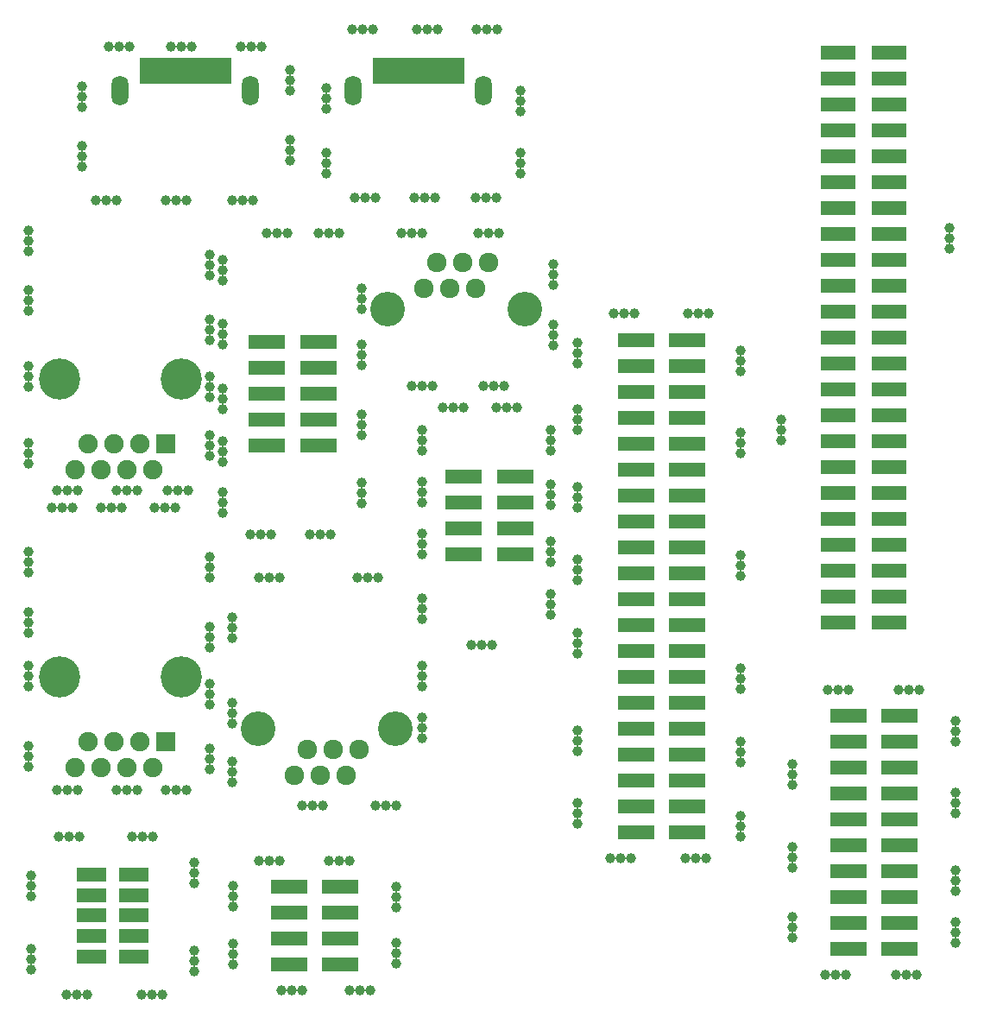
<source format=gts>
G04 #@! TF.FileFunction,Soldermask,Top*
%FSLAX46Y46*%
G04 Gerber Fmt 4.6, Leading zero omitted, Abs format (unit mm)*
G04 Created by KiCad (PCBNEW 4.0.7-e2-6376~58~ubuntu16.04.1) date Wed Jan  3 00:52:27 2018*
%MOMM*%
%LPD*%
G01*
G04 APERTURE LIST*
%ADD10C,0.100000*%
%ADD11C,4.049980*%
%ADD12R,1.901140X1.901140*%
%ADD13C,1.901140*%
%ADD14C,1.924000*%
%ADD15C,3.399740*%
%ADD16R,1.398220X2.498040*%
%ADD17O,1.670000X2.940000*%
%ADD18C,1.000000*%
%ADD19R,3.550000X1.400000*%
%ADD20R,2.980000X1.400000*%
%ADD21R,3.400000X1.400000*%
G04 APERTURE END LIST*
D10*
D11*
X135031480Y-92710000D03*
X146900900Y-92710000D03*
D12*
X145415000Y-99060000D03*
D13*
X144145000Y-101600000D03*
X142875000Y-99060000D03*
X141605000Y-101600000D03*
X140335000Y-99060000D03*
X139065000Y-101600000D03*
X137795000Y-99060000D03*
X136525000Y-101600000D03*
D11*
X135031480Y-63500000D03*
X146900900Y-63500000D03*
D12*
X145415000Y-69850000D03*
D13*
X144145000Y-72390000D03*
X142875000Y-69850000D03*
X141605000Y-72390000D03*
X140335000Y-69850000D03*
X139065000Y-72390000D03*
X137795000Y-69850000D03*
X136525000Y-72390000D03*
D14*
X174498000Y-52070000D03*
X171958000Y-52070000D03*
X177038000Y-52070000D03*
X170688000Y-54610000D03*
X173228000Y-54610000D03*
X175768000Y-54610000D03*
D15*
X180594000Y-56642000D03*
X167132000Y-56642000D03*
D14*
X160528000Y-102362000D03*
X163068000Y-102362000D03*
X157988000Y-102362000D03*
X164338000Y-99822000D03*
X161798000Y-99822000D03*
X159258000Y-99822000D03*
D15*
X154432000Y-97790000D03*
X167894000Y-97790000D03*
D16*
X143510000Y-33251140D03*
X144780000Y-33251140D03*
X146050000Y-33251140D03*
X147320000Y-33251140D03*
X148590000Y-33251140D03*
X149860000Y-33251140D03*
X151130000Y-33251140D03*
D17*
X140921740Y-35201860D03*
X153718260Y-35201860D03*
D16*
X166370000Y-33251140D03*
X167640000Y-33251140D03*
X168910000Y-33251140D03*
X170180000Y-33251140D03*
X171450000Y-33251140D03*
X172720000Y-33251140D03*
X173990000Y-33251140D03*
D17*
X163781740Y-35201860D03*
X176578260Y-35201860D03*
D18*
X198628000Y-57023000D03*
X197612000Y-57023000D03*
X196596000Y-57023000D03*
X183388000Y-54229000D03*
X183388000Y-53213000D03*
X183388000Y-52197000D03*
X183134000Y-81407000D03*
X183134000Y-80391000D03*
X183134000Y-79375000D03*
D19*
X162545000Y-120904000D03*
X157495000Y-120904000D03*
X162545000Y-118364000D03*
X157495000Y-118364000D03*
X162545000Y-115824000D03*
X157495000Y-115824000D03*
X162545000Y-113284000D03*
X157495000Y-113284000D03*
X155322000Y-59799000D03*
X160372000Y-59799000D03*
X155322000Y-62339000D03*
X160372000Y-62339000D03*
X155322000Y-64879000D03*
X160372000Y-64879000D03*
X155322000Y-67419000D03*
X160372000Y-67419000D03*
X155322000Y-69959000D03*
X160372000Y-69959000D03*
X217409000Y-119380000D03*
X212359000Y-119380000D03*
X217409000Y-116840000D03*
X212359000Y-116840000D03*
X217409000Y-114300000D03*
X212359000Y-114300000D03*
X217409000Y-111760000D03*
X212359000Y-111760000D03*
X217409000Y-109220000D03*
X212359000Y-109220000D03*
X217409000Y-106680000D03*
X212359000Y-106680000D03*
X217409000Y-104140000D03*
X212359000Y-104140000D03*
X217409000Y-101600000D03*
X212359000Y-101600000D03*
X217409000Y-99060000D03*
X212359000Y-99060000D03*
X217409000Y-96520000D03*
X212359000Y-96520000D03*
X179690000Y-80645000D03*
X174640000Y-80645000D03*
X179690000Y-78105000D03*
X174640000Y-78105000D03*
X179690000Y-75565000D03*
X174640000Y-75565000D03*
X179690000Y-73025000D03*
X174640000Y-73025000D03*
D20*
X138123000Y-112078000D03*
X142293000Y-112078000D03*
X138123000Y-114078000D03*
X142293000Y-114078000D03*
X138123000Y-116078000D03*
X142293000Y-116078000D03*
X138123000Y-118078000D03*
X142293000Y-118078000D03*
X138123000Y-120078000D03*
X142293000Y-120078000D03*
D19*
X191531000Y-59690000D03*
X196581000Y-59690000D03*
X191531000Y-62230000D03*
X196581000Y-62230000D03*
X191531000Y-64770000D03*
X196581000Y-64770000D03*
X191531000Y-67310000D03*
X196581000Y-67310000D03*
X191531000Y-69850000D03*
X196581000Y-69850000D03*
X191531000Y-72390000D03*
X196581000Y-72390000D03*
X191531000Y-74930000D03*
X196581000Y-74930000D03*
X191531000Y-77470000D03*
X196581000Y-77470000D03*
X191531000Y-80010000D03*
X196581000Y-80010000D03*
X191531000Y-82550000D03*
X196581000Y-82550000D03*
X191531000Y-85090000D03*
X196581000Y-85090000D03*
X191531000Y-87630000D03*
X196581000Y-87630000D03*
X191531000Y-90170000D03*
X196581000Y-90170000D03*
X191531000Y-92710000D03*
X196581000Y-92710000D03*
X191531000Y-95250000D03*
X196581000Y-95250000D03*
X191531000Y-97790000D03*
X196581000Y-97790000D03*
X191531000Y-100330000D03*
X196581000Y-100330000D03*
X191531000Y-102870000D03*
X196581000Y-102870000D03*
X191531000Y-105410000D03*
X196581000Y-105410000D03*
X191531000Y-107950000D03*
X196581000Y-107950000D03*
D21*
X216388000Y-31496000D03*
X211348000Y-31496000D03*
X216388000Y-34036000D03*
X211348000Y-34036000D03*
X216388000Y-36576000D03*
X211348000Y-36576000D03*
X216388000Y-39116000D03*
X211348000Y-39116000D03*
X216388000Y-41656000D03*
X211348000Y-41656000D03*
X216388000Y-44196000D03*
X211348000Y-44196000D03*
X216388000Y-46736000D03*
X211348000Y-46736000D03*
X216388000Y-49276000D03*
X211348000Y-49276000D03*
X216388000Y-51816000D03*
X211348000Y-51816000D03*
X216388000Y-54356000D03*
X211348000Y-54356000D03*
X216388000Y-56896000D03*
X211348000Y-56896000D03*
X216388000Y-59436000D03*
X211348000Y-59436000D03*
X216388000Y-61976000D03*
X211348000Y-61976000D03*
X216388000Y-64516000D03*
X211348000Y-64516000D03*
X216388000Y-67056000D03*
X211348000Y-67056000D03*
X216388000Y-69596000D03*
X211348000Y-69596000D03*
X216388000Y-72136000D03*
X211348000Y-72136000D03*
X216388000Y-74676000D03*
X211348000Y-74676000D03*
X216388000Y-77216000D03*
X211348000Y-77216000D03*
X216388000Y-79756000D03*
X211348000Y-79756000D03*
X216388000Y-82296000D03*
X211348000Y-82296000D03*
X216388000Y-84836000D03*
X211348000Y-84836000D03*
X216388000Y-87376000D03*
X211348000Y-87376000D03*
D18*
X222885000Y-99060000D03*
X222885000Y-98044000D03*
X222885000Y-97028000D03*
X222885000Y-106045000D03*
X222885000Y-105029000D03*
X222885000Y-104013000D03*
X222885000Y-113665000D03*
X222885000Y-112649000D03*
X222885000Y-111633000D03*
X222885000Y-118745000D03*
X222885000Y-117729000D03*
X222885000Y-116713000D03*
X219075000Y-121920000D03*
X218059000Y-121920000D03*
X217043000Y-121920000D03*
X212090000Y-121920000D03*
X211074000Y-121920000D03*
X210058000Y-121920000D03*
X206883000Y-118237000D03*
X206883000Y-117221000D03*
X206883000Y-116205000D03*
X206883000Y-111379000D03*
X206883000Y-110363000D03*
X206883000Y-109347000D03*
X206883000Y-103251000D03*
X206883000Y-102235000D03*
X206883000Y-101219000D03*
X212344000Y-93980000D03*
X211328000Y-93980000D03*
X210312000Y-93980000D03*
X219329000Y-93980000D03*
X218313000Y-93980000D03*
X217297000Y-93980000D03*
X201803000Y-108331000D03*
X201803000Y-107315000D03*
X201803000Y-106299000D03*
X201803000Y-101092000D03*
X201803000Y-100076000D03*
X201803000Y-99060000D03*
X201803000Y-93853000D03*
X201803000Y-92837000D03*
X201803000Y-91821000D03*
X201803000Y-82804000D03*
X201803000Y-81788000D03*
X201803000Y-80772000D03*
X201803000Y-70739000D03*
X201803000Y-69723000D03*
X201803000Y-68707000D03*
X191389000Y-57023000D03*
X190373000Y-57023000D03*
X189357000Y-57023000D03*
X185801000Y-61976000D03*
X185801000Y-60960000D03*
X185801000Y-59944000D03*
X185801000Y-68453000D03*
X185801000Y-67437000D03*
X185801000Y-66421000D03*
X185801000Y-76073000D03*
X185801000Y-75057000D03*
X185801000Y-74041000D03*
X185801000Y-83185000D03*
X185801000Y-82169000D03*
X185801000Y-81153000D03*
X185801000Y-90424000D03*
X185801000Y-89408000D03*
X185801000Y-88392000D03*
X185801000Y-99949000D03*
X185801000Y-98933000D03*
X185801000Y-97917000D03*
X185801000Y-107061000D03*
X185801000Y-106045000D03*
X185801000Y-105029000D03*
X191008000Y-110490000D03*
X189992000Y-110490000D03*
X188976000Y-110490000D03*
X198374000Y-110490000D03*
X197358000Y-110490000D03*
X196342000Y-110490000D03*
X168021000Y-115316000D03*
X168021000Y-114300000D03*
X168021000Y-113284000D03*
X168021000Y-120777000D03*
X168021000Y-119761000D03*
X168021000Y-118745000D03*
X165481000Y-123444000D03*
X164465000Y-123444000D03*
X163449000Y-123444000D03*
X158750000Y-123444000D03*
X157734000Y-123444000D03*
X156718000Y-123444000D03*
X152019000Y-120904000D03*
X152019000Y-119888000D03*
X152019000Y-118872000D03*
X152019000Y-115189000D03*
X152019000Y-114173000D03*
X152019000Y-113157000D03*
X156591000Y-110744000D03*
X155575000Y-110744000D03*
X154559000Y-110744000D03*
X163449000Y-110744000D03*
X162433000Y-110744000D03*
X161417000Y-110744000D03*
X183388000Y-60198000D03*
X183388000Y-59182000D03*
X183388000Y-58166000D03*
X178562000Y-64135000D03*
X177546000Y-64135000D03*
X176530000Y-64135000D03*
X171577000Y-64135000D03*
X170561000Y-64135000D03*
X169545000Y-64135000D03*
X164592000Y-56642000D03*
X164592000Y-55626000D03*
X164592000Y-54610000D03*
X164592000Y-60071000D03*
X164592000Y-61087000D03*
X164592000Y-62103000D03*
X170561000Y-49149000D03*
X169545000Y-49149000D03*
X168529000Y-49149000D03*
X157353000Y-49149000D03*
X156337000Y-49149000D03*
X155321000Y-49149000D03*
X162433000Y-49149000D03*
X161417000Y-49149000D03*
X160401000Y-49149000D03*
X151003000Y-53848000D03*
X151003000Y-52832000D03*
X151003000Y-51816000D03*
X151003000Y-60071000D03*
X151003000Y-59055000D03*
X151003000Y-58039000D03*
X151003000Y-66421000D03*
X151003000Y-65405000D03*
X151003000Y-64389000D03*
X151003000Y-71628000D03*
X151003000Y-70612000D03*
X151003000Y-69596000D03*
X151003000Y-76581000D03*
X151003000Y-75565000D03*
X151003000Y-74549000D03*
X155702000Y-78740000D03*
X154686000Y-78740000D03*
X153670000Y-78740000D03*
X161544000Y-78740000D03*
X160528000Y-78740000D03*
X159512000Y-78740000D03*
X164592000Y-68961000D03*
X164592000Y-67945000D03*
X164592000Y-66929000D03*
X164592000Y-75692000D03*
X164592000Y-74676000D03*
X164592000Y-73660000D03*
X178054000Y-49149000D03*
X177038000Y-49149000D03*
X176022000Y-49149000D03*
X177800000Y-45720000D03*
X176784000Y-45720000D03*
X175768000Y-45720000D03*
X171831000Y-45720000D03*
X170815000Y-45720000D03*
X169799000Y-45720000D03*
X165989000Y-45720000D03*
X164973000Y-45720000D03*
X163957000Y-45720000D03*
X180213000Y-43307000D03*
X180213000Y-42291000D03*
X180213000Y-41275000D03*
X180213000Y-37211000D03*
X180213000Y-36195000D03*
X180213000Y-35179000D03*
X161163000Y-43307000D03*
X161163000Y-42291000D03*
X161163000Y-41275000D03*
X161163000Y-36957000D03*
X161163000Y-35941000D03*
X161163000Y-34925000D03*
X165735000Y-29210000D03*
X164719000Y-29210000D03*
X163703000Y-29210000D03*
X172085000Y-29210000D03*
X171069000Y-29210000D03*
X170053000Y-29210000D03*
X177927000Y-29210000D03*
X176911000Y-29210000D03*
X175895000Y-29210000D03*
X137668000Y-123825000D03*
X136652000Y-123825000D03*
X135636000Y-123825000D03*
X145034000Y-123825000D03*
X144018000Y-123825000D03*
X143002000Y-123825000D03*
X148209000Y-119507000D03*
X148209000Y-120523000D03*
X148209000Y-121539000D03*
X132207000Y-121412000D03*
X132207000Y-120396000D03*
X132207000Y-119380000D03*
X132207000Y-114173000D03*
X132207000Y-113157000D03*
X132207000Y-112141000D03*
X136906000Y-108331000D03*
X135890000Y-108331000D03*
X134874000Y-108331000D03*
X144145000Y-108331000D03*
X143129000Y-108331000D03*
X142113000Y-108331000D03*
X148209000Y-112903000D03*
X148209000Y-111887000D03*
X148209000Y-110871000D03*
X131953000Y-93599000D03*
X131953000Y-92583000D03*
X131953000Y-91567000D03*
X131953000Y-88392000D03*
X131953000Y-87376000D03*
X131953000Y-86360000D03*
X131953000Y-101473000D03*
X131953000Y-100457000D03*
X131953000Y-99441000D03*
X136779000Y-103759000D03*
X135763000Y-103759000D03*
X134747000Y-103759000D03*
X142621000Y-103759000D03*
X141605000Y-103759000D03*
X140589000Y-103759000D03*
X147447000Y-103759000D03*
X146431000Y-103759000D03*
X145415000Y-103759000D03*
X149733000Y-101727000D03*
X149733000Y-100711000D03*
X149733000Y-99695000D03*
X149733000Y-95377000D03*
X149733000Y-94361000D03*
X149733000Y-93345000D03*
X149758400Y-89789000D03*
X149758400Y-88773000D03*
X149758400Y-87757000D03*
X149733000Y-80899000D03*
X149733000Y-81915000D03*
X149733000Y-82931000D03*
X141097000Y-76073000D03*
X140081000Y-76073000D03*
X139065000Y-76073000D03*
X131953000Y-80391000D03*
X131953000Y-81407000D03*
X131953000Y-82423000D03*
X136271000Y-76073000D03*
X135255000Y-76073000D03*
X134239000Y-76073000D03*
X146304000Y-76073000D03*
X145288000Y-76073000D03*
X144272000Y-76073000D03*
X131953000Y-64262000D03*
X131953000Y-63246000D03*
X131953000Y-62230000D03*
X131953000Y-71755000D03*
X131953000Y-70739000D03*
X131953000Y-69723000D03*
X136779000Y-74422000D03*
X135763000Y-74422000D03*
X134747000Y-74422000D03*
X142621000Y-74422000D03*
X141605000Y-74422000D03*
X140589000Y-74422000D03*
X147574000Y-74422000D03*
X146558000Y-74422000D03*
X145542000Y-74422000D03*
X149733000Y-65278000D03*
X149733000Y-64262000D03*
X149733000Y-63246000D03*
X149733000Y-70993000D03*
X149733000Y-69977000D03*
X149733000Y-68961000D03*
X149733000Y-59690000D03*
X149733000Y-58674000D03*
X149733000Y-57658000D03*
X149733000Y-53340000D03*
X149733000Y-52324000D03*
X149733000Y-51308000D03*
X147447000Y-45974000D03*
X146431000Y-45974000D03*
X145415000Y-45974000D03*
X140589000Y-45974000D03*
X139573000Y-45974000D03*
X138557000Y-45974000D03*
X131953000Y-56769000D03*
X131953000Y-55753000D03*
X131953000Y-54737000D03*
X131953000Y-50927000D03*
X131953000Y-49911000D03*
X131953000Y-48895000D03*
X137160000Y-42672000D03*
X137160000Y-41656000D03*
X137160000Y-40640000D03*
X137160000Y-36830000D03*
X137160000Y-35814000D03*
X137160000Y-34798000D03*
X141859000Y-30861000D03*
X140843000Y-30861000D03*
X139827000Y-30861000D03*
X147955000Y-30861000D03*
X146939000Y-30861000D03*
X145923000Y-30861000D03*
X154813000Y-30861000D03*
X153797000Y-30861000D03*
X152781000Y-30861000D03*
X157607000Y-35179000D03*
X157607000Y-34163000D03*
X157607000Y-33147000D03*
X157607000Y-42037000D03*
X157607000Y-41021000D03*
X157607000Y-40005000D03*
X153924000Y-45974000D03*
X152908000Y-45974000D03*
X151892000Y-45974000D03*
X170561000Y-98679000D03*
X170561000Y-97663000D03*
X170561000Y-96647000D03*
X170561000Y-93599000D03*
X170561000Y-92583000D03*
X170561000Y-91567000D03*
X166243000Y-82931000D03*
X165227000Y-82931000D03*
X164211000Y-82931000D03*
X168021000Y-105283000D03*
X167005000Y-105283000D03*
X165989000Y-105283000D03*
X160782000Y-105283000D03*
X159766000Y-105283000D03*
X158750000Y-105283000D03*
X151892000Y-97282000D03*
X151892000Y-96266000D03*
X151892000Y-95250000D03*
X151892000Y-102997000D03*
X151892000Y-101981000D03*
X151892000Y-100965000D03*
X151892000Y-88900000D03*
X151892000Y-87884000D03*
X151892000Y-86868000D03*
X156591000Y-82931000D03*
X155575000Y-82931000D03*
X154559000Y-82931000D03*
X170561000Y-86995000D03*
X170561000Y-85979000D03*
X170561000Y-84963000D03*
X177419000Y-89535000D03*
X176403000Y-89535000D03*
X175387000Y-89535000D03*
X222250000Y-50673000D03*
X222250000Y-49657000D03*
X222250000Y-48641000D03*
X205740000Y-69469000D03*
X205740000Y-68453000D03*
X205740000Y-67437000D03*
X170561000Y-80645000D03*
X170561000Y-79629000D03*
X170561000Y-78613000D03*
X170561000Y-75565000D03*
X170561000Y-74549000D03*
X170561000Y-73533000D03*
X170561000Y-70485000D03*
X170561000Y-69469000D03*
X170561000Y-68453000D03*
X174625000Y-66294000D03*
X173609000Y-66294000D03*
X172593000Y-66294000D03*
X179832000Y-66294000D03*
X178816000Y-66294000D03*
X177800000Y-66294000D03*
X183134000Y-86614000D03*
X183134000Y-85598000D03*
X183134000Y-84582000D03*
X183134000Y-75819000D03*
X183134000Y-74803000D03*
X183134000Y-73787000D03*
X183134000Y-70485000D03*
X183134000Y-69469000D03*
X183134000Y-68453000D03*
X201803000Y-62738000D03*
X201803000Y-61722000D03*
X201803000Y-60706000D03*
M02*

</source>
